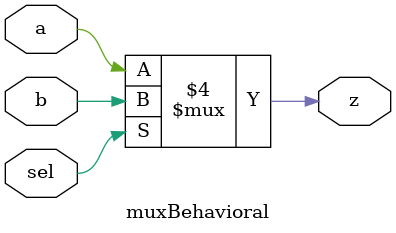
<source format=v>
module muxBehavioral (a, b, sel, z);
input  wire a, b, sel; // Direction | Data type
output  reg z;         // Direction | Data type

// Using always block to build combinational logic
// 1-All inputs must comprise the the sensitivity list
// 2-Blocking statements may be used
always@(a, b, sel) 		   
	begin
		if (sel == 1'b0)
			z = a; //Blocking statement
		else
			z = b; //Blocking statement
	end
endmodule

</source>
